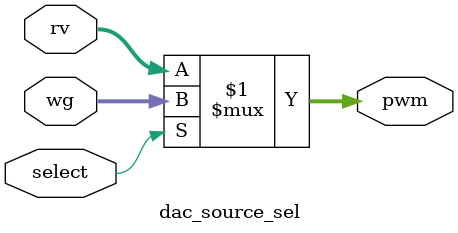
<source format=v>
module dac_source_sel (
    input select,
    input [11:0] rv,
    input [11:0] wg,
    output [11:0] pwm
);

    assign pwm = select ? wg : rv;

endmodule

</source>
